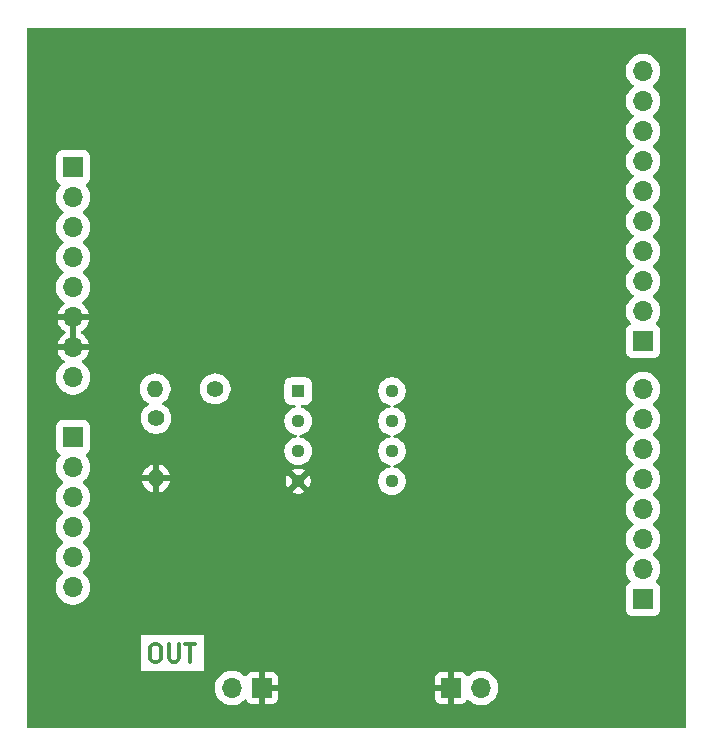
<source format=gbr>
%TF.GenerationSoftware,KiCad,Pcbnew,9.0.0*%
%TF.CreationDate,2025-03-04T19:19:51+01:00*%
%TF.ProjectId,ProgrammingBoard,50726f67-7261-46d6-9d69-6e67426f6172,rev?*%
%TF.SameCoordinates,Original*%
%TF.FileFunction,Copper,L1,Top*%
%TF.FilePolarity,Positive*%
%FSLAX46Y46*%
G04 Gerber Fmt 4.6, Leading zero omitted, Abs format (unit mm)*
G04 Created by KiCad (PCBNEW 9.0.0) date 2025-03-04 19:19:51*
%MOMM*%
%LPD*%
G01*
G04 APERTURE LIST*
%ADD10C,0.300000*%
%TA.AperFunction,NonConductor*%
%ADD11C,0.300000*%
%TD*%
%TA.AperFunction,ComponentPad*%
%ADD12R,1.130000X1.130000*%
%TD*%
%TA.AperFunction,ComponentPad*%
%ADD13C,1.130000*%
%TD*%
%TA.AperFunction,ComponentPad*%
%ADD14C,1.400000*%
%TD*%
%TA.AperFunction,ComponentPad*%
%ADD15O,1.400000X1.400000*%
%TD*%
%TA.AperFunction,ComponentPad*%
%ADD16R,1.700000X1.700000*%
%TD*%
%TA.AperFunction,ComponentPad*%
%ADD17O,1.700000X1.700000*%
%TD*%
G04 APERTURE END LIST*
D10*
D11*
X159840225Y-127300828D02*
X160125939Y-127300828D01*
X160125939Y-127300828D02*
X160268796Y-127372257D01*
X160268796Y-127372257D02*
X160411653Y-127515114D01*
X160411653Y-127515114D02*
X160483082Y-127800828D01*
X160483082Y-127800828D02*
X160483082Y-128300828D01*
X160483082Y-128300828D02*
X160411653Y-128586542D01*
X160411653Y-128586542D02*
X160268796Y-128729400D01*
X160268796Y-128729400D02*
X160125939Y-128800828D01*
X160125939Y-128800828D02*
X159840225Y-128800828D01*
X159840225Y-128800828D02*
X159697368Y-128729400D01*
X159697368Y-128729400D02*
X159554510Y-128586542D01*
X159554510Y-128586542D02*
X159483082Y-128300828D01*
X159483082Y-128300828D02*
X159483082Y-127800828D01*
X159483082Y-127800828D02*
X159554510Y-127515114D01*
X159554510Y-127515114D02*
X159697368Y-127372257D01*
X159697368Y-127372257D02*
X159840225Y-127300828D01*
X161125939Y-127300828D02*
X161125939Y-128515114D01*
X161125939Y-128515114D02*
X161197368Y-128657971D01*
X161197368Y-128657971D02*
X161268797Y-128729400D01*
X161268797Y-128729400D02*
X161411654Y-128800828D01*
X161411654Y-128800828D02*
X161697368Y-128800828D01*
X161697368Y-128800828D02*
X161840225Y-128729400D01*
X161840225Y-128729400D02*
X161911654Y-128657971D01*
X161911654Y-128657971D02*
X161983082Y-128515114D01*
X161983082Y-128515114D02*
X161983082Y-127300828D01*
X162483083Y-127300828D02*
X163340226Y-127300828D01*
X162911654Y-128800828D02*
X162911654Y-127300828D01*
D12*
%TO.P,U1,1*%
%TO.N,Net-(J2-Pin_2)*%
X172060000Y-105880000D03*
D13*
%TO.P,U1,2,-*%
%TO.N,Net-(U1A--)*%
X172060000Y-108420000D03*
%TO.P,U1,3,+*%
%TO.N,Analog OUT*%
X172060000Y-110960000D03*
%TO.P,U1,4,V-*%
%TO.N,GND*%
X172060000Y-113500000D03*
%TO.P,U1,5*%
%TO.N,N/C*%
X180000000Y-113500000D03*
%TO.P,U1,6*%
X180000000Y-110960000D03*
%TO.P,U1,7*%
X180000000Y-108420000D03*
%TO.P,U1,8,V+*%
%TO.N,Net-(J1-Pin_2)*%
X180000000Y-105880000D03*
%TD*%
D14*
%TO.P,R2,1*%
%TO.N,Net-(J2-Pin_2)*%
X165030000Y-105690000D03*
D15*
%TO.P,R2,2*%
%TO.N,Net-(U1A--)*%
X159950000Y-105690000D03*
%TD*%
D14*
%TO.P,R1,1*%
%TO.N,Net-(U1A--)*%
X160030000Y-108190000D03*
D15*
%TO.P,R1,2*%
%TO.N,GND*%
X160030000Y-113270000D03*
%TD*%
D16*
%TO.P,J6,1,Pin_1*%
%TO.N,unconnected-(J6-Pin_1-Pad1)*%
X153010000Y-86940000D03*
D17*
%TO.P,J6,2,Pin_2*%
%TO.N,unconnected-(J6-Pin_2-Pad2)*%
X153010000Y-89480000D03*
%TO.P,J6,3,Pin_3*%
%TO.N,unconnected-(J6-Pin_3-Pad3)*%
X153010000Y-92020000D03*
%TO.P,J6,4,Pin_4*%
%TO.N,unconnected-(J6-Pin_4-Pad4)*%
X153010000Y-94560000D03*
%TO.P,J6,5,Pin_5*%
%TO.N,unconnected-(J6-Pin_5-Pad5)*%
X153010000Y-97100000D03*
%TO.P,J6,6,Pin_6*%
%TO.N,GND*%
X153010000Y-99640000D03*
%TO.P,J6,7,Pin_7*%
X153010000Y-102180000D03*
%TO.P,J6,8,Pin_8*%
%TO.N,unconnected-(J6-Pin_8-Pad8)*%
X153010000Y-104720000D03*
%TD*%
D16*
%TO.P,J5,1,Pin_1*%
%TO.N,unconnected-(J5-Pin_1-Pad1)*%
X153000000Y-109800000D03*
D17*
%TO.P,J5,2,Pin_2*%
%TO.N,unconnected-(J5-Pin_2-Pad2)*%
X153000000Y-112340000D03*
%TO.P,J5,3,Pin_3*%
%TO.N,Analog OUT*%
X153000000Y-114880000D03*
%TO.P,J5,4,Pin_4*%
%TO.N,unconnected-(J5-Pin_4-Pad4)*%
X153000000Y-117420000D03*
%TO.P,J5,5,Pin_5*%
%TO.N,unconnected-(J5-Pin_5-Pad5)*%
X153000000Y-119960000D03*
%TO.P,J5,6,Pin_6*%
%TO.N,unconnected-(J5-Pin_6-Pad6)*%
X153000000Y-122500000D03*
%TD*%
D16*
%TO.P,J4,1,Pin_1*%
%TO.N,unconnected-(J4-Pin_1-Pad1)*%
X201270000Y-101640000D03*
D17*
%TO.P,J4,2,Pin_2*%
%TO.N,unconnected-(J4-Pin_2-Pad2)*%
X201270000Y-99100000D03*
%TO.P,J4,3,Pin_3*%
%TO.N,unconnected-(J4-Pin_3-Pad3)*%
X201270000Y-96560000D03*
%TO.P,J4,4,Pin_4*%
%TO.N,unconnected-(J4-Pin_4-Pad4)*%
X201270000Y-94020000D03*
%TO.P,J4,5,Pin_5*%
%TO.N,unconnected-(J4-Pin_5-Pad5)*%
X201270000Y-91480000D03*
%TO.P,J4,6,Pin_6*%
%TO.N,unconnected-(J4-Pin_6-Pad6)*%
X201270000Y-88940000D03*
%TO.P,J4,7,Pin_7*%
%TO.N,unconnected-(J4-Pin_7-Pad7)*%
X201270000Y-86400000D03*
%TO.P,J4,8,Pin_8*%
%TO.N,unconnected-(J4-Pin_8-Pad8)*%
X201270000Y-83860000D03*
%TO.P,J4,9,Pin_9*%
%TO.N,unconnected-(J4-Pin_9-Pad9)*%
X201270000Y-81320000D03*
%TO.P,J4,10,Pin_10*%
%TO.N,unconnected-(J4-Pin_10-Pad10)*%
X201270000Y-78780000D03*
%TD*%
D16*
%TO.P,J3,1,Pin_1*%
%TO.N,unconnected-(J3-Pin_1-Pad1)*%
X201260000Y-123480000D03*
D17*
%TO.P,J3,2,Pin_2*%
%TO.N,unconnected-(J3-Pin_2-Pad2)*%
X201260000Y-120940000D03*
%TO.P,J3,3,Pin_3*%
%TO.N,unconnected-(J3-Pin_3-Pad3)*%
X201260000Y-118400000D03*
%TO.P,J3,4,Pin_4*%
%TO.N,unconnected-(J3-Pin_4-Pad4)*%
X201260000Y-115860000D03*
%TO.P,J3,5,Pin_5*%
%TO.N,unconnected-(J3-Pin_5-Pad5)*%
X201260000Y-113320000D03*
%TO.P,J3,6,Pin_6*%
%TO.N,unconnected-(J3-Pin_6-Pad6)*%
X201260000Y-110780000D03*
%TO.P,J3,7,Pin_7*%
%TO.N,unconnected-(J3-Pin_7-Pad7)*%
X201260000Y-108240000D03*
%TO.P,J3,8,Pin_8*%
%TO.N,unconnected-(J3-Pin_8-Pad8)*%
X201260000Y-105700000D03*
%TD*%
D16*
%TO.P,J2,1,Pin_1*%
%TO.N,GND*%
X169000000Y-131000000D03*
D17*
%TO.P,J2,2,Pin_2*%
%TO.N,Net-(J2-Pin_2)*%
X166460000Y-131000000D03*
%TD*%
D16*
%TO.P,J1,1,Pin_1*%
%TO.N,GND*%
X185000000Y-131000000D03*
D17*
%TO.P,J1,2,Pin_2*%
%TO.N,Net-(J1-Pin_2)*%
X187540000Y-131000000D03*
%TD*%
%TA.AperFunction,Conductor*%
%TO.N,GND*%
G36*
X153260000Y-101746988D02*
G01*
X153202993Y-101714075D01*
X153075826Y-101680000D01*
X152944174Y-101680000D01*
X152817007Y-101714075D01*
X152760000Y-101746988D01*
X152760000Y-100073012D01*
X152817007Y-100105925D01*
X152944174Y-100140000D01*
X153075826Y-100140000D01*
X153202993Y-100105925D01*
X153260000Y-100073012D01*
X153260000Y-101746988D01*
G37*
%TD.AperFunction*%
%TA.AperFunction,Conductor*%
G36*
X204842539Y-75120185D02*
G01*
X204888294Y-75172989D01*
X204899500Y-75224500D01*
X204899500Y-134275500D01*
X204879815Y-134342539D01*
X204827011Y-134388294D01*
X204775500Y-134399500D01*
X149224500Y-134399500D01*
X149157461Y-134379815D01*
X149111706Y-134327011D01*
X149100500Y-134275500D01*
X149100500Y-130885837D01*
X165009500Y-130885837D01*
X165009500Y-131114162D01*
X165045215Y-131339660D01*
X165115770Y-131556803D01*
X165219421Y-131760228D01*
X165353621Y-131944937D01*
X165515063Y-132106379D01*
X165699772Y-132240579D01*
X165795884Y-132289550D01*
X165903196Y-132344229D01*
X165903198Y-132344229D01*
X165903201Y-132344231D01*
X166019592Y-132382049D01*
X166120339Y-132414784D01*
X166345838Y-132450500D01*
X166345843Y-132450500D01*
X166574162Y-132450500D01*
X166799660Y-132414784D01*
X167016799Y-132344231D01*
X167220228Y-132240579D01*
X167404937Y-132106379D01*
X167492135Y-132019180D01*
X167553454Y-131985698D01*
X167623146Y-131990682D01*
X167679080Y-132032553D01*
X167695995Y-132063531D01*
X167706645Y-132092086D01*
X167706649Y-132092093D01*
X167792809Y-132207187D01*
X167792812Y-132207190D01*
X167907906Y-132293350D01*
X167907913Y-132293354D01*
X168042620Y-132343596D01*
X168042627Y-132343598D01*
X168102155Y-132349999D01*
X168102172Y-132350000D01*
X168750000Y-132350000D01*
X168750000Y-131433012D01*
X168807007Y-131465925D01*
X168934174Y-131500000D01*
X169065826Y-131500000D01*
X169192993Y-131465925D01*
X169250000Y-131433012D01*
X169250000Y-132350000D01*
X169897828Y-132350000D01*
X169897844Y-132349999D01*
X169957372Y-132343598D01*
X169957379Y-132343596D01*
X170092086Y-132293354D01*
X170092093Y-132293350D01*
X170207187Y-132207190D01*
X170207190Y-132207187D01*
X170293350Y-132092093D01*
X170293354Y-132092086D01*
X170343596Y-131957379D01*
X170343598Y-131957372D01*
X170349999Y-131897844D01*
X170350000Y-131897827D01*
X170350000Y-131250000D01*
X169433012Y-131250000D01*
X169465925Y-131192993D01*
X169500000Y-131065826D01*
X169500000Y-130934174D01*
X169465925Y-130807007D01*
X169433012Y-130750000D01*
X170350000Y-130750000D01*
X170350000Y-130102172D01*
X170349999Y-130102155D01*
X183650000Y-130102155D01*
X183650000Y-130750000D01*
X184566988Y-130750000D01*
X184534075Y-130807007D01*
X184500000Y-130934174D01*
X184500000Y-131065826D01*
X184534075Y-131192993D01*
X184566988Y-131250000D01*
X183650000Y-131250000D01*
X183650000Y-131897844D01*
X183656401Y-131957372D01*
X183656403Y-131957379D01*
X183706645Y-132092086D01*
X183706649Y-132092093D01*
X183792809Y-132207187D01*
X183792812Y-132207190D01*
X183907906Y-132293350D01*
X183907913Y-132293354D01*
X184042620Y-132343596D01*
X184042627Y-132343598D01*
X184102155Y-132349999D01*
X184102172Y-132350000D01*
X184750000Y-132350000D01*
X184750000Y-131433012D01*
X184807007Y-131465925D01*
X184934174Y-131500000D01*
X185065826Y-131500000D01*
X185192993Y-131465925D01*
X185250000Y-131433012D01*
X185250000Y-132350000D01*
X185897828Y-132350000D01*
X185897844Y-132349999D01*
X185957372Y-132343598D01*
X185957379Y-132343596D01*
X186092086Y-132293354D01*
X186092093Y-132293350D01*
X186207187Y-132207190D01*
X186207190Y-132207187D01*
X186293350Y-132092093D01*
X186293353Y-132092088D01*
X186304003Y-132063533D01*
X186345873Y-132007599D01*
X186411337Y-131983180D01*
X186479610Y-131998030D01*
X186507867Y-132019183D01*
X186595063Y-132106379D01*
X186779772Y-132240579D01*
X186875884Y-132289550D01*
X186983196Y-132344229D01*
X186983198Y-132344229D01*
X186983201Y-132344231D01*
X187099592Y-132382049D01*
X187200339Y-132414784D01*
X187425838Y-132450500D01*
X187425843Y-132450500D01*
X187654162Y-132450500D01*
X187879660Y-132414784D01*
X188096799Y-132344231D01*
X188300228Y-132240579D01*
X188484937Y-132106379D01*
X188646379Y-131944937D01*
X188780579Y-131760228D01*
X188884231Y-131556799D01*
X188954784Y-131339660D01*
X188978014Y-131192993D01*
X188990500Y-131114162D01*
X188990500Y-130885837D01*
X188954784Y-130660339D01*
X188884229Y-130443196D01*
X188780578Y-130239771D01*
X188646379Y-130055063D01*
X188484937Y-129893621D01*
X188300228Y-129759421D01*
X188096803Y-129655770D01*
X187879660Y-129585215D01*
X187654162Y-129549500D01*
X187654157Y-129549500D01*
X187425843Y-129549500D01*
X187425838Y-129549500D01*
X187200339Y-129585215D01*
X186983196Y-129655770D01*
X186779771Y-129759421D01*
X186595064Y-129893620D01*
X186507867Y-129980817D01*
X186446543Y-130014301D01*
X186376852Y-130009317D01*
X186320918Y-129967445D01*
X186304004Y-129936467D01*
X186293355Y-129907915D01*
X186293350Y-129907906D01*
X186207190Y-129792812D01*
X186207187Y-129792809D01*
X186092093Y-129706649D01*
X186092086Y-129706645D01*
X185957379Y-129656403D01*
X185957372Y-129656401D01*
X185897844Y-129650000D01*
X185250000Y-129650000D01*
X185250000Y-130566988D01*
X185192993Y-130534075D01*
X185065826Y-130500000D01*
X184934174Y-130500000D01*
X184807007Y-130534075D01*
X184750000Y-130566988D01*
X184750000Y-129650000D01*
X184102155Y-129650000D01*
X184042627Y-129656401D01*
X184042620Y-129656403D01*
X183907913Y-129706645D01*
X183907906Y-129706649D01*
X183792812Y-129792809D01*
X183792809Y-129792812D01*
X183706649Y-129907906D01*
X183706645Y-129907913D01*
X183656403Y-130042620D01*
X183656401Y-130042627D01*
X183650000Y-130102155D01*
X170349999Y-130102155D01*
X170343598Y-130042627D01*
X170343596Y-130042620D01*
X170293354Y-129907913D01*
X170293350Y-129907906D01*
X170207190Y-129792812D01*
X170207187Y-129792809D01*
X170092093Y-129706649D01*
X170092086Y-129706645D01*
X169957379Y-129656403D01*
X169957372Y-129656401D01*
X169897844Y-129650000D01*
X169250000Y-129650000D01*
X169250000Y-130566988D01*
X169192993Y-130534075D01*
X169065826Y-130500000D01*
X168934174Y-130500000D01*
X168807007Y-130534075D01*
X168750000Y-130566988D01*
X168750000Y-129650000D01*
X168102155Y-129650000D01*
X168042627Y-129656401D01*
X168042620Y-129656403D01*
X167907913Y-129706645D01*
X167907906Y-129706649D01*
X167792812Y-129792809D01*
X167792809Y-129792812D01*
X167706649Y-129907906D01*
X167706643Y-129907918D01*
X167695994Y-129936469D01*
X167654123Y-129992403D01*
X167588658Y-130016819D01*
X167520385Y-130001967D01*
X167492132Y-129980816D01*
X167404938Y-129893622D01*
X167404935Y-129893620D01*
X167220228Y-129759421D01*
X167016803Y-129655770D01*
X166799660Y-129585215D01*
X166574162Y-129549500D01*
X166574157Y-129549500D01*
X166345843Y-129549500D01*
X166345838Y-129549500D01*
X166120339Y-129585215D01*
X165903196Y-129655770D01*
X165699771Y-129759421D01*
X165515061Y-129893622D01*
X165353622Y-130055061D01*
X165219421Y-130239771D01*
X165115770Y-130443196D01*
X165045215Y-130660339D01*
X165009500Y-130885837D01*
X149100500Y-130885837D01*
X149100500Y-129558053D01*
X158724878Y-129558053D01*
X164095726Y-129558053D01*
X164095726Y-126543603D01*
X158724878Y-126543603D01*
X158724878Y-129558053D01*
X149100500Y-129558053D01*
X149100500Y-108910645D01*
X151549500Y-108910645D01*
X151549500Y-110689363D01*
X151564953Y-110806753D01*
X151564956Y-110806762D01*
X151625464Y-110952841D01*
X151721718Y-111078282D01*
X151847159Y-111174536D01*
X151847160Y-111174536D01*
X151847161Y-111174537D01*
X151864495Y-111181717D01*
X151918899Y-111225558D01*
X151940964Y-111291852D01*
X151923685Y-111359551D01*
X151904727Y-111383956D01*
X151893622Y-111395061D01*
X151759421Y-111579771D01*
X151655770Y-111783196D01*
X151585215Y-112000339D01*
X151549500Y-112225837D01*
X151549500Y-112454162D01*
X151585215Y-112679660D01*
X151655770Y-112896803D01*
X151759421Y-113100228D01*
X151893621Y-113284937D01*
X152055063Y-113446379D01*
X152055069Y-113446383D01*
X152142191Y-113509683D01*
X152184857Y-113565013D01*
X152190835Y-113634627D01*
X152158228Y-113696421D01*
X152142191Y-113710317D01*
X152055069Y-113773616D01*
X152055060Y-113773623D01*
X151893622Y-113935061D01*
X151759421Y-114119771D01*
X151655770Y-114323196D01*
X151585215Y-114540339D01*
X151549500Y-114765837D01*
X151549500Y-114994162D01*
X151585215Y-115219660D01*
X151655770Y-115436803D01*
X151698335Y-115520340D01*
X151759421Y-115640228D01*
X151893621Y-115824937D01*
X152055063Y-115986379D01*
X152055069Y-115986383D01*
X152142191Y-116049683D01*
X152184857Y-116105013D01*
X152190835Y-116174627D01*
X152158228Y-116236421D01*
X152142191Y-116250317D01*
X152055069Y-116313616D01*
X152055060Y-116313623D01*
X151893622Y-116475061D01*
X151759421Y-116659771D01*
X151655770Y-116863196D01*
X151585215Y-117080339D01*
X151549500Y-117305837D01*
X151549500Y-117534162D01*
X151585215Y-117759660D01*
X151655770Y-117976803D01*
X151698335Y-118060340D01*
X151759421Y-118180228D01*
X151893621Y-118364937D01*
X152055063Y-118526379D01*
X152055069Y-118526383D01*
X152142191Y-118589683D01*
X152184857Y-118645013D01*
X152190835Y-118714627D01*
X152158228Y-118776421D01*
X152142191Y-118790317D01*
X152055069Y-118853616D01*
X152055060Y-118853623D01*
X151893622Y-119015061D01*
X151759421Y-119199771D01*
X151655770Y-119403196D01*
X151585215Y-119620339D01*
X151549500Y-119845837D01*
X151549500Y-120074162D01*
X151585215Y-120299660D01*
X151655770Y-120516803D01*
X151698335Y-120600340D01*
X151759421Y-120720228D01*
X151893621Y-120904937D01*
X152055063Y-121066379D01*
X152055069Y-121066383D01*
X152142191Y-121129683D01*
X152184857Y-121185013D01*
X152190835Y-121254627D01*
X152158228Y-121316421D01*
X152142191Y-121330317D01*
X152055069Y-121393616D01*
X152055060Y-121393623D01*
X151893622Y-121555061D01*
X151759421Y-121739771D01*
X151655770Y-121943196D01*
X151585215Y-122160339D01*
X151549500Y-122385837D01*
X151549500Y-122614162D01*
X151585215Y-122839660D01*
X151655770Y-123056803D01*
X151759421Y-123260228D01*
X151893621Y-123444937D01*
X152055063Y-123606379D01*
X152239772Y-123740579D01*
X152335884Y-123789550D01*
X152443196Y-123844229D01*
X152443198Y-123844229D01*
X152443201Y-123844231D01*
X152559592Y-123882049D01*
X152660339Y-123914784D01*
X152885838Y-123950500D01*
X152885843Y-123950500D01*
X153114162Y-123950500D01*
X153339660Y-123914784D01*
X153556799Y-123844231D01*
X153760228Y-123740579D01*
X153944937Y-123606379D01*
X154106379Y-123444937D01*
X154240579Y-123260228D01*
X154344231Y-123056799D01*
X154414784Y-122839660D01*
X154450500Y-122614162D01*
X154450500Y-122385837D01*
X154414784Y-122160339D01*
X154371477Y-122027055D01*
X154344231Y-121943201D01*
X154344229Y-121943198D01*
X154344229Y-121943196D01*
X154240578Y-121739771D01*
X154211848Y-121700228D01*
X154106379Y-121555063D01*
X153944937Y-121393621D01*
X153857807Y-121330317D01*
X153815143Y-121274988D01*
X153809164Y-121205374D01*
X153841770Y-121143579D01*
X153857807Y-121129683D01*
X153944937Y-121066379D01*
X154106379Y-120904937D01*
X154240579Y-120720228D01*
X154344231Y-120516799D01*
X154414784Y-120299660D01*
X154450500Y-120074162D01*
X154450500Y-119845837D01*
X154414784Y-119620339D01*
X154344229Y-119403196D01*
X154240578Y-119199771D01*
X154211848Y-119160228D01*
X154106379Y-119015063D01*
X153944937Y-118853621D01*
X153857807Y-118790317D01*
X153815143Y-118734988D01*
X153809164Y-118665374D01*
X153841770Y-118603579D01*
X153857807Y-118589683D01*
X153944937Y-118526379D01*
X154106379Y-118364937D01*
X154240579Y-118180228D01*
X154344231Y-117976799D01*
X154414784Y-117759660D01*
X154450500Y-117534162D01*
X154450500Y-117305837D01*
X154414784Y-117080339D01*
X154344229Y-116863196D01*
X154240578Y-116659771D01*
X154211848Y-116620228D01*
X154106379Y-116475063D01*
X153944937Y-116313621D01*
X153857807Y-116250317D01*
X153815143Y-116194988D01*
X153809164Y-116125374D01*
X153841770Y-116063579D01*
X153857807Y-116049683D01*
X153944937Y-115986379D01*
X154106379Y-115824937D01*
X154240579Y-115640228D01*
X154344231Y-115436799D01*
X154414784Y-115219660D01*
X154450500Y-114994162D01*
X154450500Y-114765837D01*
X154414784Y-114540339D01*
X154365609Y-114388995D01*
X154344231Y-114323201D01*
X154344229Y-114323198D01*
X154344229Y-114323196D01*
X154240578Y-114119771D01*
X154106379Y-113935063D01*
X153944937Y-113773621D01*
X153857807Y-113710317D01*
X153842989Y-113691101D01*
X153824987Y-113674824D01*
X153822035Y-113663926D01*
X153815143Y-113654988D01*
X153813066Y-113630809D01*
X153806722Y-113607384D01*
X153810130Y-113596622D01*
X153809164Y-113585374D01*
X153820489Y-113563909D01*
X153827816Y-113540775D01*
X153838590Y-113529605D01*
X153841770Y-113523579D01*
X153845641Y-113520000D01*
X158854638Y-113520000D01*
X158859548Y-113551002D01*
X158917914Y-113730637D01*
X159003670Y-113898940D01*
X159114685Y-114051741D01*
X159114689Y-114051746D01*
X159248253Y-114185310D01*
X159248258Y-114185314D01*
X159401059Y-114296329D01*
X159569362Y-114382085D01*
X159748997Y-114440451D01*
X159780000Y-114445362D01*
X159780000Y-114445361D01*
X160280000Y-114445361D01*
X160311002Y-114440451D01*
X160490637Y-114382085D01*
X160658936Y-114296332D01*
X160704947Y-114262904D01*
X160704949Y-114262903D01*
X160811741Y-114185314D01*
X160811746Y-114185310D01*
X160945310Y-114051746D01*
X160945314Y-114051741D01*
X161056329Y-113898940D01*
X161142085Y-113730637D01*
X161200451Y-113551002D01*
X161205362Y-113520000D01*
X160280000Y-113520000D01*
X160280000Y-114445361D01*
X159780000Y-114445361D01*
X159780000Y-113520000D01*
X158854638Y-113520000D01*
X153845641Y-113520000D01*
X153851486Y-113514595D01*
X153854566Y-113512037D01*
X153944937Y-113446379D01*
X154106379Y-113284937D01*
X154150709Y-113223922D01*
X159680000Y-113223922D01*
X159680000Y-113316078D01*
X159703852Y-113405095D01*
X159749930Y-113484905D01*
X159815095Y-113550070D01*
X159894905Y-113596148D01*
X159983922Y-113620000D01*
X160076078Y-113620000D01*
X160165095Y-113596148D01*
X160244905Y-113550070D01*
X160310070Y-113484905D01*
X160356148Y-113405095D01*
X160358826Y-113395102D01*
X170995000Y-113395102D01*
X170995000Y-113604897D01*
X171035925Y-113810641D01*
X171035927Y-113810649D01*
X171116207Y-114004464D01*
X171150563Y-114055882D01*
X171670000Y-113536445D01*
X171670000Y-113551344D01*
X171696578Y-113650534D01*
X171747923Y-113739465D01*
X171820535Y-113812077D01*
X171909466Y-113863422D01*
X172008656Y-113890000D01*
X172023553Y-113890000D01*
X171504116Y-114409434D01*
X171504117Y-114409435D01*
X171555528Y-114443788D01*
X171555534Y-114443791D01*
X171749350Y-114524072D01*
X171749358Y-114524074D01*
X171955102Y-114564999D01*
X171955106Y-114565000D01*
X172164894Y-114565000D01*
X172164897Y-114564999D01*
X172370641Y-114524074D01*
X172370649Y-114524072D01*
X172564465Y-114443791D01*
X172564473Y-114443787D01*
X172615881Y-114409435D01*
X172615882Y-114409434D01*
X172096448Y-113890000D01*
X172111344Y-113890000D01*
X172210534Y-113863422D01*
X172299465Y-113812077D01*
X172372077Y-113739465D01*
X172423422Y-113650534D01*
X172450000Y-113551344D01*
X172450000Y-113536448D01*
X172969434Y-114055882D01*
X172969435Y-114055881D01*
X173003787Y-114004473D01*
X173003791Y-114004465D01*
X173084072Y-113810649D01*
X173084074Y-113810641D01*
X173124999Y-113604897D01*
X173125000Y-113604894D01*
X173125000Y-113395106D01*
X173124999Y-113395102D01*
X173084074Y-113189358D01*
X173084072Y-113189350D01*
X173003791Y-112995534D01*
X173003788Y-112995528D01*
X172969435Y-112944117D01*
X172969434Y-112944116D01*
X172450000Y-113463551D01*
X172450000Y-113448656D01*
X172423422Y-113349466D01*
X172372077Y-113260535D01*
X172299465Y-113187923D01*
X172210534Y-113136578D01*
X172111344Y-113110000D01*
X172096447Y-113110000D01*
X172615882Y-112590563D01*
X172564464Y-112556207D01*
X172370649Y-112475927D01*
X172370641Y-112475925D01*
X172164897Y-112435000D01*
X171955102Y-112435000D01*
X171749358Y-112475925D01*
X171749350Y-112475927D01*
X171555535Y-112556207D01*
X171555532Y-112556209D01*
X171504117Y-112590564D01*
X172023554Y-113110000D01*
X172008656Y-113110000D01*
X171909466Y-113136578D01*
X171820535Y-113187923D01*
X171747923Y-113260535D01*
X171696578Y-113349466D01*
X171670000Y-113448656D01*
X171670000Y-113463553D01*
X171150564Y-112944117D01*
X171116209Y-112995532D01*
X171116207Y-112995535D01*
X171035927Y-113189350D01*
X171035925Y-113189358D01*
X170995000Y-113395102D01*
X160358826Y-113395102D01*
X160380000Y-113316078D01*
X160380000Y-113223922D01*
X160356148Y-113134905D01*
X160310070Y-113055095D01*
X160274975Y-113020000D01*
X160280000Y-113020000D01*
X161205362Y-113020000D01*
X161200451Y-112988997D01*
X161142085Y-112809362D01*
X161082831Y-112693070D01*
X161056329Y-112641059D01*
X160945314Y-112488258D01*
X160945310Y-112488253D01*
X160811746Y-112354689D01*
X160811741Y-112354685D01*
X160658940Y-112243670D01*
X160490635Y-112157913D01*
X160311004Y-112099549D01*
X160310995Y-112099547D01*
X160280000Y-112094637D01*
X160280000Y-113020000D01*
X160274975Y-113020000D01*
X160244905Y-112989930D01*
X160165095Y-112943852D01*
X160076078Y-112920000D01*
X159983922Y-112920000D01*
X159894905Y-112943852D01*
X159815095Y-112989930D01*
X159749930Y-113055095D01*
X159703852Y-113134905D01*
X159680000Y-113223922D01*
X154150709Y-113223922D01*
X154240579Y-113100228D01*
X154281457Y-113020000D01*
X158854638Y-113020000D01*
X159780000Y-113020000D01*
X159780000Y-112094637D01*
X159779999Y-112094637D01*
X159749004Y-112099547D01*
X159748995Y-112099549D01*
X159569364Y-112157913D01*
X159401059Y-112243670D01*
X159248258Y-112354685D01*
X159248253Y-112354689D01*
X159114689Y-112488253D01*
X159114685Y-112488258D01*
X159003670Y-112641059D01*
X158917914Y-112809362D01*
X158859548Y-112988997D01*
X158854638Y-113020000D01*
X154281457Y-113020000D01*
X154344231Y-112896799D01*
X154414784Y-112679660D01*
X154425659Y-112611000D01*
X154450500Y-112454162D01*
X154450500Y-112225837D01*
X154414784Y-112000339D01*
X154365609Y-111848995D01*
X154344231Y-111783201D01*
X154344229Y-111783198D01*
X154344229Y-111783196D01*
X154240578Y-111579771D01*
X154106379Y-111395063D01*
X154095275Y-111383959D01*
X154061790Y-111322636D01*
X154066774Y-111252944D01*
X154108646Y-111197011D01*
X154135499Y-111181718D01*
X154152841Y-111174536D01*
X154278282Y-111078282D01*
X154374536Y-110952841D01*
X154435044Y-110806762D01*
X154450500Y-110689361D01*
X154450499Y-108910640D01*
X154450499Y-108910639D01*
X154450499Y-108910636D01*
X154435046Y-108793246D01*
X154435044Y-108793239D01*
X154435044Y-108793238D01*
X154374536Y-108647159D01*
X154278282Y-108521718D01*
X154152841Y-108425464D01*
X154006762Y-108364956D01*
X154006760Y-108364955D01*
X153889370Y-108349501D01*
X153889367Y-108349500D01*
X153889361Y-108349500D01*
X153889354Y-108349500D01*
X152110636Y-108349500D01*
X151993246Y-108364953D01*
X151993237Y-108364956D01*
X151847160Y-108425463D01*
X151721718Y-108521718D01*
X151625463Y-108647160D01*
X151564956Y-108793237D01*
X151564955Y-108793239D01*
X151549501Y-108910629D01*
X151549501Y-108910636D01*
X151549500Y-108910645D01*
X149100500Y-108910645D01*
X149100500Y-86050645D01*
X151559500Y-86050645D01*
X151559500Y-87829363D01*
X151574953Y-87946753D01*
X151574956Y-87946762D01*
X151635464Y-88092841D01*
X151731718Y-88218282D01*
X151857159Y-88314536D01*
X151857160Y-88314536D01*
X151857161Y-88314537D01*
X151874495Y-88321717D01*
X151928899Y-88365558D01*
X151950964Y-88431852D01*
X151933685Y-88499551D01*
X151914727Y-88523956D01*
X151903622Y-88535061D01*
X151769421Y-88719771D01*
X151665770Y-88923196D01*
X151595215Y-89140339D01*
X151559500Y-89365837D01*
X151559500Y-89594162D01*
X151595215Y-89819660D01*
X151665770Y-90036803D01*
X151754019Y-90210000D01*
X151769421Y-90240228D01*
X151903621Y-90424937D01*
X152065063Y-90586379D01*
X152065069Y-90586383D01*
X152152191Y-90649683D01*
X152194857Y-90705013D01*
X152200835Y-90774627D01*
X152168228Y-90836421D01*
X152152191Y-90850317D01*
X152065069Y-90913616D01*
X152065060Y-90913623D01*
X151903622Y-91075061D01*
X151769421Y-91259771D01*
X151665770Y-91463196D01*
X151595215Y-91680339D01*
X151559500Y-91905837D01*
X151559500Y-92134162D01*
X151595215Y-92359660D01*
X151665770Y-92576803D01*
X151754019Y-92750000D01*
X151769421Y-92780228D01*
X151903621Y-92964937D01*
X152065063Y-93126379D01*
X152065069Y-93126383D01*
X152152191Y-93189683D01*
X152194857Y-93245013D01*
X152200835Y-93314627D01*
X152168228Y-93376421D01*
X152152191Y-93390317D01*
X152065069Y-93453616D01*
X152065060Y-93453623D01*
X151903622Y-93615061D01*
X151769421Y-93799771D01*
X151665770Y-94003196D01*
X151595215Y-94220339D01*
X151559500Y-94445837D01*
X151559500Y-94674162D01*
X151595215Y-94899660D01*
X151665770Y-95116803D01*
X151754019Y-95290000D01*
X151769421Y-95320228D01*
X151903621Y-95504937D01*
X152065063Y-95666379D01*
X152065069Y-95666383D01*
X152152191Y-95729683D01*
X152194857Y-95785013D01*
X152200835Y-95854627D01*
X152168228Y-95916421D01*
X152152191Y-95930317D01*
X152065069Y-95993616D01*
X152065060Y-95993623D01*
X151903622Y-96155061D01*
X151769421Y-96339771D01*
X151665770Y-96543196D01*
X151595215Y-96760339D01*
X151559500Y-96985837D01*
X151559500Y-97214162D01*
X151595215Y-97439660D01*
X151665770Y-97656803D01*
X151754019Y-97830000D01*
X151769421Y-97860228D01*
X151903621Y-98044937D01*
X152065063Y-98206379D01*
X152237681Y-98331794D01*
X152280346Y-98387124D01*
X152286325Y-98456738D01*
X152253719Y-98518533D01*
X152237681Y-98532430D01*
X152130535Y-98610276D01*
X151980276Y-98760535D01*
X151980272Y-98760540D01*
X151855379Y-98932442D01*
X151758904Y-99121782D01*
X151693242Y-99323870D01*
X151693242Y-99323873D01*
X151682769Y-99390000D01*
X152576988Y-99390000D01*
X152544075Y-99447007D01*
X152510000Y-99574174D01*
X152510000Y-99705826D01*
X152544075Y-99832993D01*
X152576988Y-99890000D01*
X151682769Y-99890000D01*
X151693242Y-99956126D01*
X151693242Y-99956129D01*
X151758904Y-100158217D01*
X151855379Y-100347557D01*
X151980272Y-100519459D01*
X151980276Y-100519464D01*
X152130535Y-100669723D01*
X152130540Y-100669727D01*
X152302444Y-100794622D01*
X152312048Y-100799516D01*
X152362844Y-100847491D01*
X152379638Y-100915312D01*
X152357100Y-100981447D01*
X152312048Y-101020484D01*
X152302444Y-101025377D01*
X152130540Y-101150272D01*
X152130535Y-101150276D01*
X151980276Y-101300535D01*
X151980272Y-101300540D01*
X151855379Y-101472442D01*
X151758904Y-101661782D01*
X151693242Y-101863870D01*
X151693242Y-101863873D01*
X151682769Y-101930000D01*
X152576988Y-101930000D01*
X152544075Y-101987007D01*
X152510000Y-102114174D01*
X152510000Y-102245826D01*
X152544075Y-102372993D01*
X152576988Y-102430000D01*
X151682769Y-102430000D01*
X151693242Y-102496126D01*
X151693242Y-102496129D01*
X151758904Y-102698217D01*
X151855379Y-102887557D01*
X151980272Y-103059459D01*
X151980276Y-103059464D01*
X152130539Y-103209727D01*
X152237681Y-103287569D01*
X152280347Y-103342898D01*
X152286326Y-103412512D01*
X152253721Y-103474307D01*
X152237682Y-103488205D01*
X152065061Y-103613622D01*
X151903622Y-103775061D01*
X151769421Y-103959771D01*
X151665770Y-104163196D01*
X151595215Y-104380339D01*
X151559500Y-104605837D01*
X151559500Y-104834162D01*
X151595215Y-105059660D01*
X151665770Y-105276803D01*
X151721137Y-105385466D01*
X151769421Y-105480228D01*
X151903621Y-105664937D01*
X152065063Y-105826379D01*
X152249772Y-105960579D01*
X152316413Y-105994534D01*
X152453196Y-106064229D01*
X152453198Y-106064229D01*
X152453201Y-106064231D01*
X152569592Y-106102049D01*
X152670339Y-106134784D01*
X152895838Y-106170500D01*
X152895843Y-106170500D01*
X153124162Y-106170500D01*
X153349660Y-106134784D01*
X153566799Y-106064231D01*
X153770228Y-105960579D01*
X153954937Y-105826379D01*
X154116379Y-105664937D01*
X154172533Y-105587648D01*
X158649500Y-105587648D01*
X158649500Y-105792351D01*
X158681522Y-105994534D01*
X158744781Y-106189223D01*
X158837715Y-106371613D01*
X158958028Y-106537213D01*
X159102786Y-106681971D01*
X159268385Y-106802284D01*
X159268387Y-106802285D01*
X159268390Y-106802287D01*
X159358444Y-106848172D01*
X159361828Y-106849896D01*
X159412624Y-106897871D01*
X159429419Y-106965692D01*
X159406882Y-107031827D01*
X159361829Y-107070865D01*
X159348388Y-107077713D01*
X159182786Y-107198028D01*
X159038028Y-107342786D01*
X158917715Y-107508386D01*
X158824781Y-107690776D01*
X158761522Y-107885465D01*
X158729500Y-108087648D01*
X158729500Y-108292351D01*
X158761522Y-108494534D01*
X158824781Y-108689223D01*
X158877780Y-108793237D01*
X158915567Y-108867399D01*
X158917715Y-108871613D01*
X159038028Y-109037213D01*
X159182786Y-109181971D01*
X159337749Y-109294556D01*
X159348390Y-109302287D01*
X159464607Y-109361503D01*
X159530776Y-109395218D01*
X159530778Y-109395218D01*
X159530781Y-109395220D01*
X159618061Y-109423579D01*
X159725465Y-109458477D01*
X159826557Y-109474488D01*
X159927648Y-109490500D01*
X159927649Y-109490500D01*
X160132351Y-109490500D01*
X160132352Y-109490500D01*
X160334534Y-109458477D01*
X160529219Y-109395220D01*
X160711610Y-109302287D01*
X160804590Y-109234732D01*
X160877213Y-109181971D01*
X160877215Y-109181968D01*
X160877219Y-109181966D01*
X161021966Y-109037219D01*
X161021968Y-109037215D01*
X161021971Y-109037213D01*
X161074732Y-108964590D01*
X161142287Y-108871610D01*
X161235220Y-108689219D01*
X161298477Y-108494534D01*
X161330500Y-108292352D01*
X161330500Y-108087648D01*
X161298477Y-107885466D01*
X161235220Y-107690781D01*
X161235218Y-107690778D01*
X161235218Y-107690776D01*
X161153807Y-107531000D01*
X161142287Y-107508390D01*
X161080377Y-107423177D01*
X161021971Y-107342786D01*
X160877213Y-107198028D01*
X160711611Y-107077713D01*
X160618171Y-107030102D01*
X160567376Y-106982127D01*
X160550581Y-106914306D01*
X160573119Y-106848172D01*
X160618173Y-106809133D01*
X160631610Y-106802287D01*
X160652770Y-106786913D01*
X160797213Y-106681971D01*
X160797215Y-106681968D01*
X160797219Y-106681966D01*
X160941966Y-106537219D01*
X160941968Y-106537215D01*
X160941971Y-106537213D01*
X160997903Y-106460228D01*
X161062287Y-106371610D01*
X161155220Y-106189219D01*
X161218477Y-105994534D01*
X161250500Y-105792352D01*
X161250500Y-105587648D01*
X163729500Y-105587648D01*
X163729500Y-105792351D01*
X163761522Y-105994534D01*
X163824781Y-106189223D01*
X163917715Y-106371613D01*
X164038028Y-106537213D01*
X164182786Y-106681971D01*
X164337749Y-106794556D01*
X164348390Y-106802287D01*
X164441828Y-106849896D01*
X164530776Y-106895218D01*
X164530778Y-106895218D01*
X164530781Y-106895220D01*
X164628599Y-106927003D01*
X164725465Y-106958477D01*
X164798218Y-106970000D01*
X164927648Y-106990500D01*
X164927649Y-106990500D01*
X165132351Y-106990500D01*
X165132352Y-106990500D01*
X165334534Y-106958477D01*
X165529219Y-106895220D01*
X165711610Y-106802287D01*
X165804590Y-106734732D01*
X165877213Y-106681971D01*
X165877215Y-106681968D01*
X165877219Y-106681966D01*
X166021966Y-106537219D01*
X166021968Y-106537215D01*
X166021971Y-106537213D01*
X166077903Y-106460228D01*
X166142287Y-106371610D01*
X166235220Y-106189219D01*
X166298477Y-105994534D01*
X166330500Y-105792352D01*
X166330500Y-105587648D01*
X166298477Y-105385466D01*
X166298476Y-105385462D01*
X166298476Y-105385461D01*
X166273924Y-105309898D01*
X166262794Y-105275645D01*
X170894500Y-105275645D01*
X170894500Y-106484363D01*
X170909953Y-106601753D01*
X170909956Y-106601762D01*
X170970464Y-106747841D01*
X171066718Y-106873282D01*
X171192159Y-106969536D01*
X171338238Y-107030044D01*
X171455639Y-107045500D01*
X171735736Y-107045499D01*
X171802773Y-107065183D01*
X171848528Y-107117987D01*
X171858472Y-107187146D01*
X171829447Y-107250701D01*
X171774053Y-107287430D01*
X171612598Y-107339890D01*
X171449141Y-107423177D01*
X171300734Y-107531000D01*
X171300729Y-107531004D01*
X171171004Y-107660729D01*
X171171000Y-107660734D01*
X171063177Y-107809141D01*
X170979890Y-107972600D01*
X170923197Y-108147081D01*
X170894500Y-108328267D01*
X170894500Y-108511732D01*
X170922612Y-108689223D01*
X170923198Y-108692922D01*
X170979889Y-108867397D01*
X171001922Y-108910640D01*
X171063177Y-109030858D01*
X171171000Y-109179265D01*
X171171004Y-109179270D01*
X171300729Y-109308995D01*
X171300734Y-109308999D01*
X171419405Y-109395218D01*
X171449145Y-109416825D01*
X171612603Y-109500111D01*
X171787078Y-109556802D01*
X171820431Y-109562084D01*
X171854791Y-109567527D01*
X171917926Y-109597456D01*
X171954857Y-109656768D01*
X171953859Y-109726630D01*
X171915249Y-109784863D01*
X171854791Y-109812473D01*
X171787081Y-109823197D01*
X171612600Y-109879890D01*
X171449141Y-109963177D01*
X171300734Y-110071000D01*
X171300729Y-110071004D01*
X171171004Y-110200729D01*
X171171000Y-110200734D01*
X171063177Y-110349141D01*
X170979890Y-110512600D01*
X170923197Y-110687081D01*
X170894500Y-110868267D01*
X170894500Y-111051732D01*
X170923197Y-111232918D01*
X170923198Y-111232922D01*
X170975881Y-111395063D01*
X170979890Y-111407399D01*
X171063177Y-111570858D01*
X171171000Y-111719265D01*
X171171004Y-111719270D01*
X171300729Y-111848995D01*
X171300734Y-111848999D01*
X171430183Y-111943048D01*
X171449145Y-111956825D01*
X171612603Y-112040111D01*
X171787078Y-112096802D01*
X171854794Y-112107527D01*
X171968268Y-112125500D01*
X171968273Y-112125500D01*
X172151732Y-112125500D01*
X172252390Y-112109556D01*
X172332922Y-112096802D01*
X172507397Y-112040111D01*
X172670855Y-111956825D01*
X172819272Y-111848994D01*
X172948994Y-111719272D01*
X173056825Y-111570855D01*
X173140111Y-111407397D01*
X173196802Y-111232922D01*
X173214741Y-111119660D01*
X173225500Y-111051732D01*
X173225500Y-110868267D01*
X173197165Y-110689370D01*
X173196802Y-110687078D01*
X173140111Y-110512603D01*
X173056825Y-110349145D01*
X172965318Y-110223196D01*
X172948999Y-110200734D01*
X172948995Y-110200729D01*
X172819270Y-110071004D01*
X172819265Y-110071000D01*
X172670858Y-109963177D01*
X172670857Y-109963176D01*
X172670855Y-109963175D01*
X172507397Y-109879889D01*
X172332922Y-109823198D01*
X172332920Y-109823197D01*
X172332918Y-109823197D01*
X172265208Y-109812473D01*
X172202073Y-109782544D01*
X172165142Y-109723232D01*
X172166140Y-109653370D01*
X172204750Y-109595137D01*
X172265208Y-109567527D01*
X172288451Y-109563845D01*
X172332922Y-109556802D01*
X172507397Y-109500111D01*
X172670855Y-109416825D01*
X172819272Y-109308994D01*
X172948994Y-109179272D01*
X173056825Y-109030855D01*
X173140111Y-108867397D01*
X173196802Y-108692922D01*
X173223918Y-108521718D01*
X173225500Y-108511732D01*
X173225500Y-108328267D01*
X173196802Y-108147081D01*
X173196802Y-108147078D01*
X173140111Y-107972603D01*
X173056825Y-107809145D01*
X172970829Y-107690781D01*
X172948999Y-107660734D01*
X172948995Y-107660729D01*
X172819270Y-107531004D01*
X172819265Y-107531000D01*
X172670858Y-107423177D01*
X172670857Y-107423176D01*
X172670855Y-107423175D01*
X172619810Y-107397166D01*
X172507401Y-107339890D01*
X172448608Y-107320787D01*
X172345943Y-107287429D01*
X172288270Y-107247992D01*
X172261072Y-107183633D01*
X172272987Y-107114787D01*
X172320231Y-107063311D01*
X172384263Y-107045499D01*
X172664360Y-107045499D01*
X172664363Y-107045499D01*
X172781753Y-107030046D01*
X172781757Y-107030044D01*
X172781762Y-107030044D01*
X172927841Y-106969536D01*
X173053282Y-106873282D01*
X173149536Y-106747841D01*
X173210044Y-106601762D01*
X173225500Y-106484361D01*
X173225499Y-105788267D01*
X178834500Y-105788267D01*
X178834500Y-105971732D01*
X178860325Y-106134784D01*
X178863198Y-106152922D01*
X178919889Y-106327397D01*
X178999867Y-106484363D01*
X179003177Y-106490858D01*
X179111000Y-106639265D01*
X179111004Y-106639270D01*
X179240729Y-106768995D01*
X179240734Y-106768999D01*
X179349707Y-106848172D01*
X179389145Y-106876825D01*
X179552603Y-106960111D01*
X179727078Y-107016802D01*
X179760431Y-107022084D01*
X179794791Y-107027527D01*
X179857926Y-107057456D01*
X179894857Y-107116768D01*
X179893859Y-107186630D01*
X179855249Y-107244863D01*
X179794791Y-107272473D01*
X179727081Y-107283197D01*
X179552600Y-107339890D01*
X179389141Y-107423177D01*
X179240734Y-107531000D01*
X179240729Y-107531004D01*
X179111004Y-107660729D01*
X179111000Y-107660734D01*
X179003177Y-107809141D01*
X178919890Y-107972600D01*
X178863197Y-108147081D01*
X178834500Y-108328267D01*
X178834500Y-108511732D01*
X178862612Y-108689223D01*
X178863198Y-108692922D01*
X178919889Y-108867397D01*
X178941922Y-108910640D01*
X179003177Y-109030858D01*
X179111000Y-109179265D01*
X179111004Y-109179270D01*
X179240729Y-109308995D01*
X179240734Y-109308999D01*
X179359405Y-109395218D01*
X179389145Y-109416825D01*
X179552603Y-109500111D01*
X179727078Y-109556802D01*
X179760431Y-109562084D01*
X179794791Y-109567527D01*
X179857926Y-109597456D01*
X179894857Y-109656768D01*
X179893859Y-109726630D01*
X179855249Y-109784863D01*
X179794791Y-109812473D01*
X179727081Y-109823197D01*
X179552600Y-109879890D01*
X179389141Y-109963177D01*
X179240734Y-110071000D01*
X179240729Y-110071004D01*
X179111004Y-110200729D01*
X179111000Y-110200734D01*
X179003177Y-110349141D01*
X178919890Y-110512600D01*
X178863197Y-110687081D01*
X178834500Y-110868267D01*
X178834500Y-111051732D01*
X178863197Y-111232918D01*
X178863198Y-111232922D01*
X178915881Y-111395063D01*
X178919890Y-111407399D01*
X179003177Y-111570858D01*
X179111000Y-111719265D01*
X179111004Y-111719270D01*
X179240729Y-111848995D01*
X179240734Y-111848999D01*
X179370183Y-111943048D01*
X179389145Y-111956825D01*
X179552603Y-112040111D01*
X179727078Y-112096802D01*
X179760431Y-112102084D01*
X179794791Y-112107527D01*
X179857926Y-112137456D01*
X179894857Y-112196768D01*
X179893859Y-112266630D01*
X179855249Y-112324863D01*
X179794791Y-112352473D01*
X179727081Y-112363197D01*
X179552600Y-112419890D01*
X179389141Y-112503177D01*
X179240734Y-112611000D01*
X179240729Y-112611004D01*
X179111004Y-112740729D01*
X179111000Y-112740734D01*
X179003177Y-112889141D01*
X178919890Y-113052600D01*
X178863197Y-113227081D01*
X178834500Y-113408267D01*
X178834500Y-113591732D01*
X178857899Y-113739465D01*
X178863198Y-113772922D01*
X178919889Y-113947397D01*
X178975164Y-114055881D01*
X179003177Y-114110858D01*
X179111000Y-114259265D01*
X179111004Y-114259270D01*
X179240729Y-114388995D01*
X179240734Y-114388999D01*
X179318312Y-114445362D01*
X179389145Y-114496825D01*
X179552603Y-114580111D01*
X179727078Y-114636802D01*
X179795026Y-114647563D01*
X179908268Y-114665500D01*
X179908273Y-114665500D01*
X180091732Y-114665500D01*
X180192390Y-114649556D01*
X180272922Y-114636802D01*
X180447397Y-114580111D01*
X180610855Y-114496825D01*
X180759272Y-114388994D01*
X180888994Y-114259272D01*
X180996825Y-114110855D01*
X181080111Y-113947397D01*
X181136802Y-113772922D01*
X181156186Y-113650534D01*
X181165500Y-113591732D01*
X181165500Y-113408267D01*
X181136802Y-113227081D01*
X181136802Y-113227078D01*
X181080111Y-113052603D01*
X180996825Y-112889145D01*
X180983048Y-112870183D01*
X180888999Y-112740734D01*
X180888995Y-112740729D01*
X180759270Y-112611004D01*
X180759265Y-112611000D01*
X180610858Y-112503177D01*
X180610857Y-112503176D01*
X180610855Y-112503175D01*
X180447397Y-112419889D01*
X180272922Y-112363198D01*
X180272920Y-112363197D01*
X180272918Y-112363197D01*
X180205208Y-112352473D01*
X180142073Y-112322544D01*
X180105142Y-112263232D01*
X180106140Y-112193370D01*
X180144750Y-112135137D01*
X180205208Y-112107527D01*
X180228451Y-112103845D01*
X180272922Y-112096802D01*
X180447397Y-112040111D01*
X180610855Y-111956825D01*
X180759272Y-111848994D01*
X180888994Y-111719272D01*
X180996825Y-111570855D01*
X181080111Y-111407397D01*
X181136802Y-111232922D01*
X181154741Y-111119660D01*
X181165500Y-111051732D01*
X181165500Y-110868267D01*
X181137165Y-110689370D01*
X181136802Y-110687078D01*
X181080111Y-110512603D01*
X180996825Y-110349145D01*
X180905318Y-110223196D01*
X180888999Y-110200734D01*
X180888995Y-110200729D01*
X180759270Y-110071004D01*
X180759265Y-110071000D01*
X180610858Y-109963177D01*
X180610857Y-109963176D01*
X180610855Y-109963175D01*
X180447397Y-109879889D01*
X180272922Y-109823198D01*
X180272920Y-109823197D01*
X180272918Y-109823197D01*
X180205208Y-109812473D01*
X180142073Y-109782544D01*
X180105142Y-109723232D01*
X180106140Y-109653370D01*
X180144750Y-109595137D01*
X180205208Y-109567527D01*
X180228451Y-109563845D01*
X180272922Y-109556802D01*
X180447397Y-109500111D01*
X180610855Y-109416825D01*
X180759272Y-109308994D01*
X180888994Y-109179272D01*
X180996825Y-109030855D01*
X181080111Y-108867397D01*
X181136802Y-108692922D01*
X181163918Y-108521718D01*
X181165500Y-108511732D01*
X181165500Y-108328267D01*
X181136802Y-108147081D01*
X181136802Y-108147078D01*
X181080111Y-107972603D01*
X180996825Y-107809145D01*
X180910829Y-107690781D01*
X180888999Y-107660734D01*
X180888995Y-107660729D01*
X180759270Y-107531004D01*
X180759265Y-107531000D01*
X180610858Y-107423177D01*
X180610857Y-107423176D01*
X180610855Y-107423175D01*
X180447397Y-107339889D01*
X180272922Y-107283198D01*
X180272920Y-107283197D01*
X180272918Y-107283197D01*
X180205208Y-107272473D01*
X180142073Y-107242544D01*
X180105142Y-107183232D01*
X180106140Y-107113370D01*
X180144750Y-107055137D01*
X180205208Y-107027527D01*
X180228451Y-107023845D01*
X180272922Y-107016802D01*
X180447397Y-106960111D01*
X180610855Y-106876825D01*
X180759272Y-106768994D01*
X180888994Y-106639272D01*
X180996825Y-106490855D01*
X181080111Y-106327397D01*
X181136802Y-106152922D01*
X181161888Y-105994534D01*
X181165500Y-105971732D01*
X181165500Y-105788267D01*
X181136802Y-105607081D01*
X181136802Y-105607078D01*
X181129900Y-105585837D01*
X199809500Y-105585837D01*
X199809500Y-105814162D01*
X199845215Y-106039660D01*
X199915770Y-106256803D01*
X200019421Y-106460228D01*
X200153621Y-106644937D01*
X200315063Y-106806379D01*
X200315069Y-106806383D01*
X200402191Y-106869683D01*
X200444857Y-106925013D01*
X200450835Y-106994627D01*
X200418228Y-107056421D01*
X200402191Y-107070317D01*
X200315069Y-107133616D01*
X200315060Y-107133623D01*
X200153622Y-107295061D01*
X200019421Y-107479771D01*
X199915770Y-107683196D01*
X199845215Y-107900339D01*
X199809500Y-108125837D01*
X199809500Y-108354162D01*
X199845215Y-108579660D01*
X199915770Y-108796803D01*
X199973776Y-108910645D01*
X200019421Y-109000228D01*
X200153621Y-109184937D01*
X200315063Y-109346379D01*
X200315069Y-109346383D01*
X200402191Y-109409683D01*
X200444857Y-109465013D01*
X200450835Y-109534627D01*
X200418228Y-109596421D01*
X200402191Y-109610317D01*
X200315069Y-109673616D01*
X200315060Y-109673623D01*
X200153622Y-109835061D01*
X200019421Y-110019771D01*
X199915770Y-110223196D01*
X199845215Y-110440339D01*
X199809500Y-110665837D01*
X199809500Y-110894162D01*
X199845215Y-111119660D01*
X199915770Y-111336803D01*
X199951740Y-111407397D01*
X200019421Y-111540228D01*
X200153621Y-111724937D01*
X200315063Y-111886379D01*
X200315069Y-111886383D01*
X200402191Y-111949683D01*
X200444857Y-112005013D01*
X200450835Y-112074627D01*
X200418228Y-112136421D01*
X200402191Y-112150317D01*
X200315069Y-112213616D01*
X200315060Y-112213623D01*
X200153622Y-112375061D01*
X200019421Y-112559771D01*
X199915770Y-112763196D01*
X199845215Y-112980339D01*
X199809500Y-113205837D01*
X199809500Y-113434162D01*
X199845215Y-113659660D01*
X199915770Y-113876803D01*
X200007016Y-114055882D01*
X200019421Y-114080228D01*
X200153621Y-114264937D01*
X200315063Y-114426379D01*
X200315069Y-114426383D01*
X200402191Y-114489683D01*
X200444857Y-114545013D01*
X200450835Y-114614627D01*
X200418228Y-114676421D01*
X200402191Y-114690317D01*
X200315069Y-114753616D01*
X200315060Y-114753623D01*
X200153622Y-114915061D01*
X200019421Y-115099771D01*
X199915770Y-115303196D01*
X199845215Y-115520339D01*
X199809500Y-115745837D01*
X199809500Y-115974162D01*
X199845215Y-116199660D01*
X199915770Y-116416803D01*
X200019421Y-116620228D01*
X200153621Y-116804937D01*
X200315063Y-116966379D01*
X200315069Y-116966383D01*
X200402191Y-117029683D01*
X200444857Y-117085013D01*
X200450835Y-117154627D01*
X200418228Y-117216421D01*
X200402191Y-117230317D01*
X200315069Y-117293616D01*
X200315060Y-117293623D01*
X200153622Y-117455061D01*
X200019421Y-117639771D01*
X199915770Y-117843196D01*
X199845215Y-118060339D01*
X199809500Y-118285837D01*
X199809500Y-118514162D01*
X199845215Y-118739660D01*
X199915770Y-118956803D01*
X200019421Y-119160228D01*
X200153621Y-119344937D01*
X200315063Y-119506379D01*
X200315069Y-119506383D01*
X200402191Y-119569683D01*
X200444857Y-119625013D01*
X200450835Y-119694627D01*
X200418228Y-119756421D01*
X200402191Y-119770317D01*
X200315069Y-119833616D01*
X200315060Y-119833623D01*
X200153622Y-119995061D01*
X200019421Y-120179771D01*
X199915770Y-120383196D01*
X199845215Y-120600339D01*
X199809500Y-120825837D01*
X199809500Y-121054162D01*
X199845215Y-121279660D01*
X199915770Y-121496803D01*
X200019421Y-121700228D01*
X200153622Y-121884938D01*
X200164724Y-121896040D01*
X200198209Y-121957363D01*
X200193225Y-122027055D01*
X200151353Y-122082988D01*
X200124499Y-122098281D01*
X200107160Y-122105463D01*
X199981718Y-122201718D01*
X199885463Y-122327160D01*
X199824956Y-122473237D01*
X199824955Y-122473239D01*
X199809501Y-122590629D01*
X199809501Y-122590636D01*
X199809500Y-122590645D01*
X199809500Y-124369363D01*
X199824953Y-124486753D01*
X199824956Y-124486762D01*
X199885464Y-124632841D01*
X199981718Y-124758282D01*
X200107159Y-124854536D01*
X200253238Y-124915044D01*
X200370639Y-124930500D01*
X202149360Y-124930499D01*
X202149363Y-124930499D01*
X202266753Y-124915046D01*
X202266757Y-124915044D01*
X202266762Y-124915044D01*
X202412841Y-124854536D01*
X202538282Y-124758282D01*
X202634536Y-124632841D01*
X202695044Y-124486762D01*
X202710500Y-124369361D01*
X202710499Y-122590640D01*
X202710499Y-122590639D01*
X202710499Y-122590636D01*
X202695046Y-122473246D01*
X202695044Y-122473239D01*
X202695044Y-122473238D01*
X202634536Y-122327159D01*
X202538282Y-122201718D01*
X202412841Y-122105464D01*
X202412839Y-122105463D01*
X202395501Y-122098281D01*
X202341099Y-122054438D01*
X202319036Y-121988143D01*
X202336317Y-121920444D01*
X202355279Y-121896037D01*
X202366374Y-121884942D01*
X202366374Y-121884941D01*
X202366379Y-121884937D01*
X202500579Y-121700228D01*
X202604231Y-121496799D01*
X202674784Y-121279660D01*
X202678749Y-121254627D01*
X202710500Y-121054162D01*
X202710500Y-120825837D01*
X202674784Y-120600339D01*
X202604229Y-120383196D01*
X202500578Y-120179771D01*
X202423848Y-120074162D01*
X202366379Y-119995063D01*
X202204937Y-119833621D01*
X202117807Y-119770317D01*
X202075143Y-119714988D01*
X202069164Y-119645374D01*
X202101770Y-119583579D01*
X202117807Y-119569683D01*
X202204937Y-119506379D01*
X202366379Y-119344937D01*
X202500579Y-119160228D01*
X202604231Y-118956799D01*
X202674784Y-118739660D01*
X202678749Y-118714627D01*
X202710500Y-118514162D01*
X202710500Y-118285837D01*
X202674784Y-118060339D01*
X202604229Y-117843196D01*
X202500578Y-117639771D01*
X202423848Y-117534162D01*
X202366379Y-117455063D01*
X202204937Y-117293621D01*
X202117807Y-117230317D01*
X202075143Y-117174988D01*
X202069164Y-117105374D01*
X202101770Y-117043579D01*
X202117807Y-117029683D01*
X202204937Y-116966379D01*
X202366379Y-116804937D01*
X202500579Y-116620228D01*
X202604231Y-116416799D01*
X202674784Y-116199660D01*
X202678749Y-116174627D01*
X202710500Y-115974162D01*
X202710500Y-115745837D01*
X202674784Y-115520339D01*
X202604229Y-115303196D01*
X202500578Y-115099771D01*
X202423848Y-114994162D01*
X202366379Y-114915063D01*
X202204937Y-114753621D01*
X202117807Y-114690317D01*
X202075143Y-114634988D01*
X202069164Y-114565374D01*
X202101770Y-114503579D01*
X202117807Y-114489683D01*
X202204937Y-114426379D01*
X202366379Y-114264937D01*
X202500579Y-114080228D01*
X202604231Y-113876799D01*
X202674784Y-113659660D01*
X202679354Y-113630809D01*
X202710500Y-113434162D01*
X202710500Y-113205837D01*
X202674784Y-112980339D01*
X202642049Y-112879592D01*
X202604231Y-112763201D01*
X202604229Y-112763198D01*
X202604229Y-112763196D01*
X202516268Y-112590564D01*
X202500579Y-112559772D01*
X202366379Y-112375063D01*
X202204937Y-112213621D01*
X202117807Y-112150317D01*
X202075143Y-112094988D01*
X202069164Y-112025374D01*
X202101770Y-111963579D01*
X202117807Y-111949683D01*
X202204937Y-111886379D01*
X202366379Y-111724937D01*
X202500579Y-111540228D01*
X202604231Y-111336799D01*
X202674784Y-111119660D01*
X202685543Y-111051732D01*
X202710500Y-110894162D01*
X202710500Y-110665837D01*
X202674784Y-110440339D01*
X202604229Y-110223196D01*
X202500578Y-110019771D01*
X202459460Y-109963177D01*
X202366379Y-109835063D01*
X202204937Y-109673621D01*
X202117807Y-109610317D01*
X202075143Y-109554988D01*
X202069164Y-109485374D01*
X202101770Y-109423579D01*
X202117807Y-109409683D01*
X202204937Y-109346379D01*
X202366379Y-109184937D01*
X202500579Y-109000228D01*
X202604231Y-108796799D01*
X202674784Y-108579660D01*
X202685543Y-108511732D01*
X202710500Y-108354162D01*
X202710500Y-108125837D01*
X202674784Y-107900339D01*
X202604229Y-107683196D01*
X202526681Y-107531000D01*
X202500579Y-107479772D01*
X202366379Y-107295063D01*
X202204937Y-107133621D01*
X202117807Y-107070317D01*
X202075143Y-107014988D01*
X202069164Y-106945374D01*
X202101770Y-106883579D01*
X202117807Y-106869683D01*
X202204937Y-106806379D01*
X202366379Y-106644937D01*
X202500579Y-106460228D01*
X202604231Y-106256799D01*
X202674784Y-106039660D01*
X202685543Y-105971732D01*
X202710500Y-105814162D01*
X202710500Y-105585837D01*
X202674784Y-105360339D01*
X202609117Y-105158238D01*
X202604231Y-105143201D01*
X202604229Y-105143198D01*
X202604229Y-105143196D01*
X202537462Y-105012159D01*
X202500579Y-104939772D01*
X202366379Y-104755063D01*
X202204937Y-104593621D01*
X202020228Y-104459421D01*
X201816803Y-104355770D01*
X201599660Y-104285215D01*
X201374162Y-104249500D01*
X201374157Y-104249500D01*
X201145843Y-104249500D01*
X201145838Y-104249500D01*
X200920339Y-104285215D01*
X200703196Y-104355770D01*
X200499771Y-104459421D01*
X200315061Y-104593622D01*
X200153622Y-104755061D01*
X200019421Y-104939771D01*
X199915770Y-105143196D01*
X199845215Y-105360339D01*
X199809500Y-105585837D01*
X181129900Y-105585837D01*
X181080111Y-105432603D01*
X180996825Y-105269145D01*
X180983048Y-105250183D01*
X180888999Y-105120734D01*
X180888995Y-105120729D01*
X180759270Y-104991004D01*
X180759265Y-104991000D01*
X180610858Y-104883177D01*
X180610857Y-104883176D01*
X180610855Y-104883175D01*
X180447397Y-104799889D01*
X180272922Y-104743198D01*
X180272920Y-104743197D01*
X180272918Y-104743197D01*
X180091732Y-104714500D01*
X180091727Y-104714500D01*
X179908273Y-104714500D01*
X179908268Y-104714500D01*
X179727081Y-104743197D01*
X179552600Y-104799890D01*
X179389141Y-104883177D01*
X179240734Y-104991000D01*
X179240729Y-104991004D01*
X179111004Y-105120729D01*
X179111000Y-105120734D01*
X179003177Y-105269141D01*
X178919890Y-105432600D01*
X178863197Y-105607081D01*
X178834500Y-105788267D01*
X173225499Y-105788267D01*
X173225499Y-105275640D01*
X173225499Y-105275639D01*
X173225499Y-105275636D01*
X173210046Y-105158246D01*
X173210044Y-105158239D01*
X173210044Y-105158238D01*
X173149536Y-105012159D01*
X173053282Y-104886718D01*
X172927841Y-104790464D01*
X172781762Y-104729956D01*
X172781760Y-104729955D01*
X172664370Y-104714501D01*
X172664367Y-104714500D01*
X172664361Y-104714500D01*
X172664354Y-104714500D01*
X171455636Y-104714500D01*
X171338246Y-104729953D01*
X171338237Y-104729956D01*
X171192160Y-104790463D01*
X171066718Y-104886718D01*
X170970463Y-105012160D01*
X170909956Y-105158237D01*
X170909955Y-105158239D01*
X170895355Y-105269141D01*
X170894501Y-105275636D01*
X170894500Y-105275645D01*
X166262794Y-105275645D01*
X166235218Y-105190776D01*
X166168410Y-105059660D01*
X166142287Y-105008390D01*
X166092433Y-104939771D01*
X166021971Y-104842786D01*
X165877213Y-104698028D01*
X165711613Y-104577715D01*
X165711612Y-104577714D01*
X165711610Y-104577713D01*
X165654653Y-104548691D01*
X165529223Y-104484781D01*
X165334534Y-104421522D01*
X165159995Y-104393878D01*
X165132352Y-104389500D01*
X164927648Y-104389500D01*
X164903329Y-104393351D01*
X164725465Y-104421522D01*
X164530776Y-104484781D01*
X164348386Y-104577715D01*
X164182786Y-104698028D01*
X164038028Y-104842786D01*
X163917715Y-105008386D01*
X163824781Y-105190776D01*
X163761522Y-105385465D01*
X163729500Y-105587648D01*
X161250500Y-105587648D01*
X161225943Y-105432603D01*
X161218477Y-105385465D01*
X161155218Y-105190776D01*
X161088410Y-105059660D01*
X161062287Y-105008390D01*
X161012433Y-104939771D01*
X160941971Y-104842786D01*
X160797213Y-104698028D01*
X160631613Y-104577715D01*
X160631612Y-104577714D01*
X160631610Y-104577713D01*
X160574653Y-104548691D01*
X160449223Y-104484781D01*
X160254534Y-104421522D01*
X160079995Y-104393878D01*
X160052352Y-104389500D01*
X159847648Y-104389500D01*
X159823329Y-104393351D01*
X159645465Y-104421522D01*
X159450776Y-104484781D01*
X159268386Y-104577715D01*
X159102786Y-104698028D01*
X158958028Y-104842786D01*
X158837715Y-105008386D01*
X158744781Y-105190776D01*
X158681522Y-105385465D01*
X158649500Y-105587648D01*
X154172533Y-105587648D01*
X154250579Y-105480228D01*
X154354231Y-105276799D01*
X154424784Y-105059660D01*
X154432307Y-105012160D01*
X154460500Y-104834162D01*
X154460500Y-104605837D01*
X154424784Y-104380339D01*
X154354229Y-104163196D01*
X154250578Y-103959771D01*
X154116379Y-103775063D01*
X153954937Y-103613621D01*
X153782317Y-103488204D01*
X153739653Y-103432874D01*
X153733674Y-103363261D01*
X153766280Y-103301466D01*
X153782319Y-103287569D01*
X153889460Y-103209727D01*
X154039723Y-103059464D01*
X154039727Y-103059459D01*
X154164620Y-102887557D01*
X154261095Y-102698217D01*
X154326757Y-102496129D01*
X154326757Y-102496126D01*
X154337231Y-102430000D01*
X153443012Y-102430000D01*
X153475925Y-102372993D01*
X153510000Y-102245826D01*
X153510000Y-102114174D01*
X153475925Y-101987007D01*
X153443012Y-101930000D01*
X154337231Y-101930000D01*
X154326757Y-101863873D01*
X154326757Y-101863870D01*
X154261095Y-101661782D01*
X154164620Y-101472442D01*
X154039727Y-101300540D01*
X154039723Y-101300535D01*
X153889464Y-101150276D01*
X153889459Y-101150272D01*
X153717558Y-101025379D01*
X153707954Y-101020486D01*
X153657157Y-100972512D01*
X153640361Y-100904692D01*
X153662897Y-100838556D01*
X153707954Y-100799514D01*
X153717558Y-100794620D01*
X153889459Y-100669727D01*
X153889464Y-100669723D01*
X154039723Y-100519464D01*
X154039727Y-100519459D01*
X154164620Y-100347557D01*
X154261095Y-100158217D01*
X154326757Y-99956129D01*
X154326757Y-99956126D01*
X154337231Y-99890000D01*
X153443012Y-99890000D01*
X153475925Y-99832993D01*
X153510000Y-99705826D01*
X153510000Y-99574174D01*
X153475925Y-99447007D01*
X153443012Y-99390000D01*
X154337231Y-99390000D01*
X154326757Y-99323873D01*
X154326757Y-99323870D01*
X154261095Y-99121782D01*
X154164620Y-98932442D01*
X154039727Y-98760540D01*
X154039723Y-98760535D01*
X153889464Y-98610276D01*
X153889459Y-98610272D01*
X153782319Y-98532430D01*
X153739653Y-98477100D01*
X153733674Y-98407487D01*
X153766280Y-98345692D01*
X153782310Y-98331800D01*
X153954937Y-98206379D01*
X154116379Y-98044937D01*
X154250579Y-97860228D01*
X154354231Y-97656799D01*
X154424784Y-97439660D01*
X154460500Y-97214162D01*
X154460500Y-96985837D01*
X154424784Y-96760339D01*
X154354229Y-96543196D01*
X154250578Y-96339771D01*
X154116379Y-96155063D01*
X153954937Y-95993621D01*
X153867807Y-95930317D01*
X153825143Y-95874988D01*
X153819164Y-95805374D01*
X153851770Y-95743579D01*
X153867807Y-95729683D01*
X153954937Y-95666379D01*
X154116379Y-95504937D01*
X154250579Y-95320228D01*
X154354231Y-95116799D01*
X154424784Y-94899660D01*
X154460500Y-94674162D01*
X154460500Y-94445837D01*
X154424784Y-94220339D01*
X154354229Y-94003196D01*
X154250578Y-93799771D01*
X154116379Y-93615063D01*
X153954937Y-93453621D01*
X153867807Y-93390317D01*
X153825143Y-93334988D01*
X153819164Y-93265374D01*
X153851770Y-93203579D01*
X153867807Y-93189683D01*
X153954937Y-93126379D01*
X154116379Y-92964937D01*
X154250579Y-92780228D01*
X154354231Y-92576799D01*
X154424784Y-92359660D01*
X154460500Y-92134162D01*
X154460500Y-91905837D01*
X154424784Y-91680339D01*
X154354229Y-91463196D01*
X154250578Y-91259771D01*
X154116379Y-91075063D01*
X153954937Y-90913621D01*
X153867807Y-90850317D01*
X153825143Y-90794988D01*
X153819164Y-90725374D01*
X153851770Y-90663579D01*
X153867807Y-90649683D01*
X153954937Y-90586379D01*
X154116379Y-90424937D01*
X154250579Y-90240228D01*
X154354231Y-90036799D01*
X154424784Y-89819660D01*
X154460500Y-89594162D01*
X154460500Y-89365837D01*
X154424784Y-89140339D01*
X154354229Y-88923196D01*
X154250578Y-88719771D01*
X154116379Y-88535063D01*
X154105275Y-88523959D01*
X154071790Y-88462636D01*
X154076774Y-88392944D01*
X154118646Y-88337011D01*
X154145499Y-88321718D01*
X154162841Y-88314536D01*
X154288282Y-88218282D01*
X154384536Y-88092841D01*
X154445044Y-87946762D01*
X154460500Y-87829361D01*
X154460499Y-86050640D01*
X154460499Y-86050639D01*
X154460499Y-86050636D01*
X154445046Y-85933246D01*
X154445044Y-85933239D01*
X154445044Y-85933238D01*
X154384536Y-85787159D01*
X154288282Y-85661718D01*
X154162841Y-85565464D01*
X154016762Y-85504956D01*
X154016760Y-85504955D01*
X153899370Y-85489501D01*
X153899367Y-85489500D01*
X153899361Y-85489500D01*
X153899354Y-85489500D01*
X152120636Y-85489500D01*
X152003246Y-85504953D01*
X152003237Y-85504956D01*
X151857160Y-85565463D01*
X151731718Y-85661718D01*
X151635463Y-85787160D01*
X151574956Y-85933237D01*
X151574955Y-85933239D01*
X151559501Y-86050629D01*
X151559501Y-86050636D01*
X151559500Y-86050645D01*
X149100500Y-86050645D01*
X149100500Y-78665837D01*
X199819500Y-78665837D01*
X199819500Y-78894162D01*
X199855215Y-79119660D01*
X199925770Y-79336803D01*
X200029421Y-79540228D01*
X200163621Y-79724937D01*
X200325063Y-79886379D01*
X200325069Y-79886383D01*
X200412191Y-79949683D01*
X200454857Y-80005013D01*
X200460835Y-80074627D01*
X200428228Y-80136421D01*
X200412191Y-80150317D01*
X200325069Y-80213616D01*
X200325060Y-80213623D01*
X200163622Y-80375061D01*
X200029421Y-80559771D01*
X199925770Y-80763196D01*
X199855215Y-80980339D01*
X199819500Y-81205837D01*
X199819500Y-81434162D01*
X199855215Y-81659660D01*
X199925770Y-81876803D01*
X200029421Y-82080228D01*
X200163621Y-82264937D01*
X200325063Y-82426379D01*
X200325069Y-82426383D01*
X200412191Y-82489683D01*
X200454857Y-82545013D01*
X200460835Y-82614627D01*
X200428228Y-82676421D01*
X200412191Y-82690317D01*
X200325069Y-82753616D01*
X200325060Y-82753623D01*
X200163622Y-82915061D01*
X200029421Y-83099771D01*
X199925770Y-83303196D01*
X199855215Y-83520339D01*
X199819500Y-83745837D01*
X199819500Y-83974162D01*
X199855215Y-84199660D01*
X199925770Y-84416803D01*
X200029421Y-84620228D01*
X200163621Y-84804937D01*
X200325063Y-84966379D01*
X200325069Y-84966383D01*
X200412191Y-85029683D01*
X200454857Y-85085013D01*
X200460835Y-85154627D01*
X200428228Y-85216421D01*
X200412191Y-85230317D01*
X200325069Y-85293616D01*
X200325060Y-85293623D01*
X200163622Y-85455061D01*
X200029421Y-85639771D01*
X199925770Y-85843196D01*
X199855215Y-86060339D01*
X199819500Y-86285837D01*
X199819500Y-86514162D01*
X199855215Y-86739660D01*
X199925770Y-86956803D01*
X200029421Y-87160228D01*
X200163621Y-87344937D01*
X200325063Y-87506379D01*
X200325069Y-87506383D01*
X200412191Y-87569683D01*
X200454857Y-87625013D01*
X200460835Y-87694627D01*
X200428228Y-87756421D01*
X200412191Y-87770317D01*
X200325069Y-87833616D01*
X200325060Y-87833623D01*
X200163622Y-87995061D01*
X200029421Y-88179771D01*
X199925770Y-88383196D01*
X199855215Y-88600339D01*
X199819500Y-88825837D01*
X199819500Y-89054162D01*
X199855215Y-89279660D01*
X199925770Y-89496803D01*
X200029421Y-89700228D01*
X200163621Y-89884937D01*
X200325063Y-90046379D01*
X200325069Y-90046383D01*
X200412191Y-90109683D01*
X200454857Y-90165013D01*
X200460835Y-90234627D01*
X200428228Y-90296421D01*
X200412191Y-90310317D01*
X200325069Y-90373616D01*
X200325060Y-90373623D01*
X200163622Y-90535061D01*
X200029421Y-90719771D01*
X199925770Y-90923196D01*
X199855215Y-91140339D01*
X199819500Y-91365837D01*
X199819500Y-91594162D01*
X199855215Y-91819660D01*
X199925770Y-92036803D01*
X200029421Y-92240228D01*
X200163621Y-92424937D01*
X200325063Y-92586379D01*
X200325069Y-92586383D01*
X200412191Y-92649683D01*
X200454857Y-92705013D01*
X200460835Y-92774627D01*
X200428228Y-92836421D01*
X200412191Y-92850317D01*
X200325069Y-92913616D01*
X200325060Y-92913623D01*
X200163622Y-93075061D01*
X200029421Y-93259771D01*
X199925770Y-93463196D01*
X199855215Y-93680339D01*
X199819500Y-93905837D01*
X199819500Y-94134162D01*
X199855215Y-94359660D01*
X199925770Y-94576803D01*
X200029421Y-94780228D01*
X200163621Y-94964937D01*
X200325063Y-95126379D01*
X200325069Y-95126383D01*
X200412191Y-95189683D01*
X200454857Y-95245013D01*
X200460835Y-95314627D01*
X200428228Y-95376421D01*
X200412191Y-95390317D01*
X200325069Y-95453616D01*
X200325060Y-95453623D01*
X200163622Y-95615061D01*
X200029421Y-95799771D01*
X199925770Y-96003196D01*
X199855215Y-96220339D01*
X199819500Y-96445837D01*
X199819500Y-96674162D01*
X199855215Y-96899660D01*
X199925770Y-97116803D01*
X200029421Y-97320228D01*
X200163621Y-97504937D01*
X200325063Y-97666379D01*
X200325069Y-97666383D01*
X200412191Y-97729683D01*
X200454857Y-97785013D01*
X200460835Y-97854627D01*
X200428228Y-97916421D01*
X200412191Y-97930317D01*
X200325069Y-97993616D01*
X200325060Y-97993623D01*
X200163622Y-98155061D01*
X200029421Y-98339771D01*
X199925770Y-98543196D01*
X199855215Y-98760339D01*
X199819500Y-98985837D01*
X199819500Y-99214162D01*
X199855215Y-99439660D01*
X199925770Y-99656803D01*
X200029421Y-99860228D01*
X200163622Y-100044938D01*
X200174724Y-100056040D01*
X200208209Y-100117363D01*
X200203225Y-100187055D01*
X200161353Y-100242988D01*
X200134499Y-100258281D01*
X200117160Y-100265463D01*
X199991718Y-100361718D01*
X199895463Y-100487160D01*
X199834956Y-100633237D01*
X199834955Y-100633239D01*
X199819501Y-100750629D01*
X199819501Y-100750636D01*
X199819500Y-100750645D01*
X199819500Y-102529363D01*
X199834953Y-102646753D01*
X199834956Y-102646762D01*
X199895464Y-102792841D01*
X199991718Y-102918282D01*
X200117159Y-103014536D01*
X200263238Y-103075044D01*
X200380639Y-103090500D01*
X202159360Y-103090499D01*
X202159363Y-103090499D01*
X202276753Y-103075046D01*
X202276757Y-103075044D01*
X202276762Y-103075044D01*
X202422841Y-103014536D01*
X202548282Y-102918282D01*
X202644536Y-102792841D01*
X202705044Y-102646762D01*
X202720500Y-102529361D01*
X202720499Y-100750640D01*
X202720499Y-100750639D01*
X202720499Y-100750636D01*
X202705046Y-100633246D01*
X202705044Y-100633239D01*
X202705044Y-100633238D01*
X202644536Y-100487159D01*
X202548282Y-100361718D01*
X202422841Y-100265464D01*
X202422839Y-100265463D01*
X202405501Y-100258281D01*
X202351099Y-100214438D01*
X202329036Y-100148143D01*
X202346317Y-100080444D01*
X202365279Y-100056037D01*
X202376374Y-100044942D01*
X202376374Y-100044941D01*
X202376379Y-100044937D01*
X202510579Y-99860228D01*
X202614231Y-99656799D01*
X202684784Y-99439660D01*
X202720500Y-99214162D01*
X202720500Y-98985837D01*
X202684784Y-98760339D01*
X202636024Y-98610272D01*
X202614231Y-98543201D01*
X202614229Y-98543198D01*
X202614229Y-98543196D01*
X202510578Y-98339771D01*
X202376379Y-98155063D01*
X202214937Y-97993621D01*
X202127807Y-97930317D01*
X202085143Y-97874988D01*
X202079164Y-97805374D01*
X202111770Y-97743579D01*
X202127807Y-97729683D01*
X202214937Y-97666379D01*
X202376379Y-97504937D01*
X202510579Y-97320228D01*
X202614231Y-97116799D01*
X202684784Y-96899660D01*
X202720500Y-96674162D01*
X202720500Y-96445837D01*
X202684784Y-96220339D01*
X202614229Y-96003196D01*
X202548903Y-95874988D01*
X202510579Y-95799772D01*
X202376379Y-95615063D01*
X202214937Y-95453621D01*
X202127807Y-95390317D01*
X202085143Y-95334988D01*
X202079164Y-95265374D01*
X202111770Y-95203579D01*
X202127807Y-95189683D01*
X202214937Y-95126379D01*
X202376379Y-94964937D01*
X202510579Y-94780228D01*
X202614231Y-94576799D01*
X202684784Y-94359660D01*
X202720500Y-94134162D01*
X202720500Y-93905837D01*
X202684784Y-93680339D01*
X202614229Y-93463196D01*
X202548903Y-93334988D01*
X202510579Y-93259772D01*
X202376379Y-93075063D01*
X202214937Y-92913621D01*
X202127807Y-92850317D01*
X202085143Y-92794988D01*
X202079164Y-92725374D01*
X202111770Y-92663579D01*
X202127807Y-92649683D01*
X202214937Y-92586379D01*
X202376379Y-92424937D01*
X202510579Y-92240228D01*
X202614231Y-92036799D01*
X202684784Y-91819660D01*
X202720500Y-91594162D01*
X202720500Y-91365837D01*
X202684784Y-91140339D01*
X202614229Y-90923196D01*
X202548903Y-90794988D01*
X202510579Y-90719772D01*
X202376379Y-90535063D01*
X202214937Y-90373621D01*
X202127807Y-90310317D01*
X202085143Y-90254988D01*
X202079164Y-90185374D01*
X202111770Y-90123579D01*
X202127807Y-90109683D01*
X202214937Y-90046379D01*
X202376379Y-89884937D01*
X202510579Y-89700228D01*
X202614231Y-89496799D01*
X202684784Y-89279660D01*
X202720500Y-89054162D01*
X202720500Y-88825837D01*
X202684784Y-88600339D01*
X202630039Y-88431852D01*
X202614231Y-88383201D01*
X202614229Y-88383198D01*
X202614229Y-88383196D01*
X202559550Y-88275884D01*
X202510579Y-88179772D01*
X202376379Y-87995063D01*
X202214937Y-87833621D01*
X202127807Y-87770317D01*
X202085143Y-87714988D01*
X202079164Y-87645374D01*
X202111770Y-87583579D01*
X202127807Y-87569683D01*
X202214937Y-87506379D01*
X202376379Y-87344937D01*
X202510579Y-87160228D01*
X202614231Y-86956799D01*
X202684784Y-86739660D01*
X202720500Y-86514162D01*
X202720500Y-86285837D01*
X202684784Y-86060339D01*
X202652049Y-85959592D01*
X202614231Y-85843201D01*
X202614229Y-85843198D01*
X202614229Y-85843196D01*
X202510578Y-85639771D01*
X202376379Y-85455063D01*
X202214937Y-85293621D01*
X202127807Y-85230317D01*
X202085143Y-85174988D01*
X202079164Y-85105374D01*
X202111770Y-85043579D01*
X202127807Y-85029683D01*
X202214937Y-84966379D01*
X202376379Y-84804937D01*
X202510579Y-84620228D01*
X202614231Y-84416799D01*
X202684784Y-84199660D01*
X202720500Y-83974162D01*
X202720500Y-83745837D01*
X202684784Y-83520339D01*
X202614229Y-83303196D01*
X202510578Y-83099771D01*
X202376379Y-82915063D01*
X202214937Y-82753621D01*
X202127807Y-82690317D01*
X202085143Y-82634988D01*
X202079164Y-82565374D01*
X202111770Y-82503579D01*
X202127807Y-82489683D01*
X202214937Y-82426379D01*
X202376379Y-82264937D01*
X202510579Y-82080228D01*
X202614231Y-81876799D01*
X202684784Y-81659660D01*
X202720500Y-81434162D01*
X202720500Y-81205837D01*
X202684784Y-80980339D01*
X202614229Y-80763196D01*
X202510578Y-80559771D01*
X202376379Y-80375063D01*
X202214937Y-80213621D01*
X202127807Y-80150317D01*
X202085143Y-80094988D01*
X202079164Y-80025374D01*
X202111770Y-79963579D01*
X202127807Y-79949683D01*
X202214937Y-79886379D01*
X202376379Y-79724937D01*
X202510579Y-79540228D01*
X202614231Y-79336799D01*
X202684784Y-79119660D01*
X202720500Y-78894162D01*
X202720500Y-78665837D01*
X202684784Y-78440339D01*
X202614229Y-78223196D01*
X202510578Y-78019771D01*
X202376379Y-77835063D01*
X202214937Y-77673621D01*
X202030228Y-77539421D01*
X201826803Y-77435770D01*
X201609660Y-77365215D01*
X201384162Y-77329500D01*
X201384157Y-77329500D01*
X201155843Y-77329500D01*
X201155838Y-77329500D01*
X200930339Y-77365215D01*
X200713196Y-77435770D01*
X200509771Y-77539421D01*
X200325061Y-77673622D01*
X200163622Y-77835061D01*
X200029421Y-78019771D01*
X199925770Y-78223196D01*
X199855215Y-78440339D01*
X199819500Y-78665837D01*
X149100500Y-78665837D01*
X149100500Y-75224500D01*
X149120185Y-75157461D01*
X149172989Y-75111706D01*
X149224500Y-75100500D01*
X204775500Y-75100500D01*
X204842539Y-75120185D01*
G37*
%TD.AperFunction*%
%TD*%
M02*

</source>
